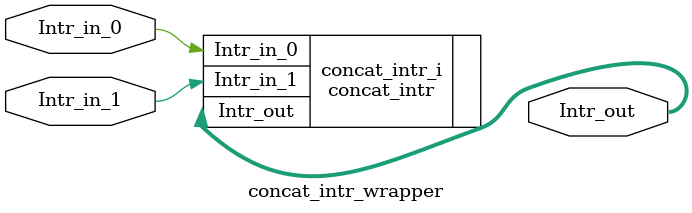
<source format=v>
`timescale 1 ps / 1 ps

module concat_intr_wrapper
   (Intr_in_0,
    Intr_in_1,
    Intr_out);
  input Intr_in_0;
  input Intr_in_1;
  output [1:0]Intr_out;

  wire Intr_in_0;
  wire Intr_in_1;
  wire [1:0]Intr_out;

  concat_intr concat_intr_i
       (.Intr_in_0(Intr_in_0),
        .Intr_in_1(Intr_in_1),
        .Intr_out(Intr_out));
endmodule

</source>
